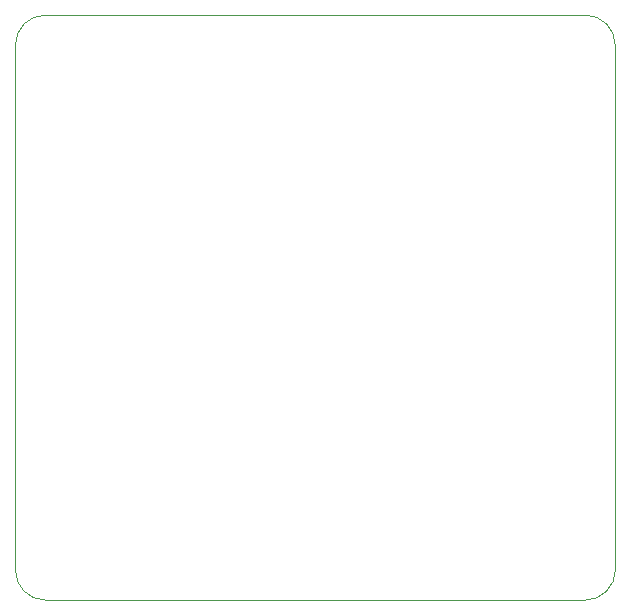
<source format=gm1>
G04 #@! TF.GenerationSoftware,KiCad,Pcbnew,(5.1.4)-1*
G04 #@! TF.CreationDate,2020-02-07T15:18:06-05:00*
G04 #@! TF.ProjectId,ledFlasherCircuit,6c656446-6c61-4736-9865-724369726375,rev?*
G04 #@! TF.SameCoordinates,Original*
G04 #@! TF.FileFunction,Profile,NP*
%FSLAX46Y46*%
G04 Gerber Fmt 4.6, Leading zero omitted, Abs format (unit mm)*
G04 Created by KiCad (PCBNEW (5.1.4)-1) date 2020-02-07 15:18:06*
%MOMM*%
%LPD*%
G04 APERTURE LIST*
%ADD10C,0.050000*%
G04 APERTURE END LIST*
D10*
X105410000Y-90170000D02*
G75*
G02X102870000Y-87630000I0J2540000D01*
G01*
X153670000Y-87630000D02*
G75*
G02X151130000Y-90170000I-2540000J0D01*
G01*
X102870000Y-43180000D02*
G75*
G02X105410000Y-40640000I2540000J0D01*
G01*
X151130000Y-40640000D02*
G75*
G02X153670000Y-43180000I0J-2540000D01*
G01*
X105410000Y-90170000D02*
X151130000Y-90170000D01*
X102870000Y-43180000D02*
X102870000Y-87630000D01*
X153670000Y-43180000D02*
X153670000Y-87630000D01*
X105410000Y-40640000D02*
X151130000Y-40640000D01*
M02*

</source>
